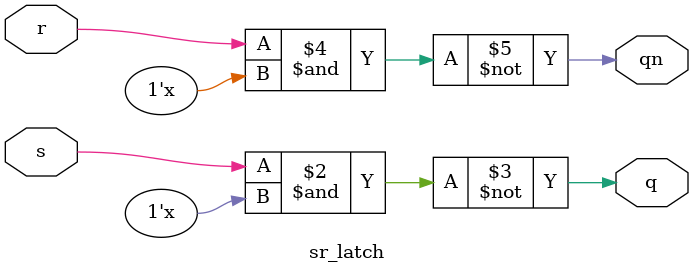
<source format=v>
module sr_latch(s,r,q,qn);
	input s,r;
	output reg q,qn;
	
	always@(*) begin
		q <= ~(s & qn);
		qn <= ~(r & q);
	end 
endmodule
</source>
